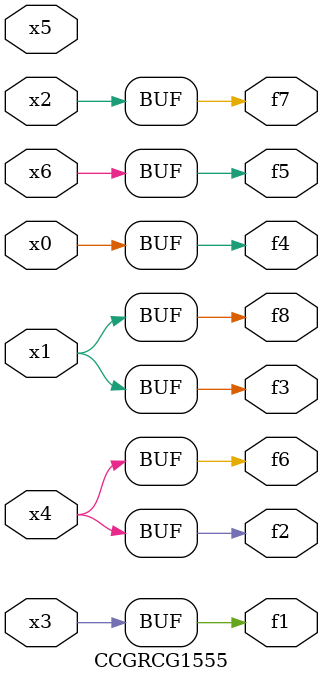
<source format=v>
module CCGRCG1555(
	input x0, x1, x2, x3, x4, x5, x6,
	output f1, f2, f3, f4, f5, f6, f7, f8
);
	assign f1 = x3;
	assign f2 = x4;
	assign f3 = x1;
	assign f4 = x0;
	assign f5 = x6;
	assign f6 = x4;
	assign f7 = x2;
	assign f8 = x1;
endmodule

</source>
